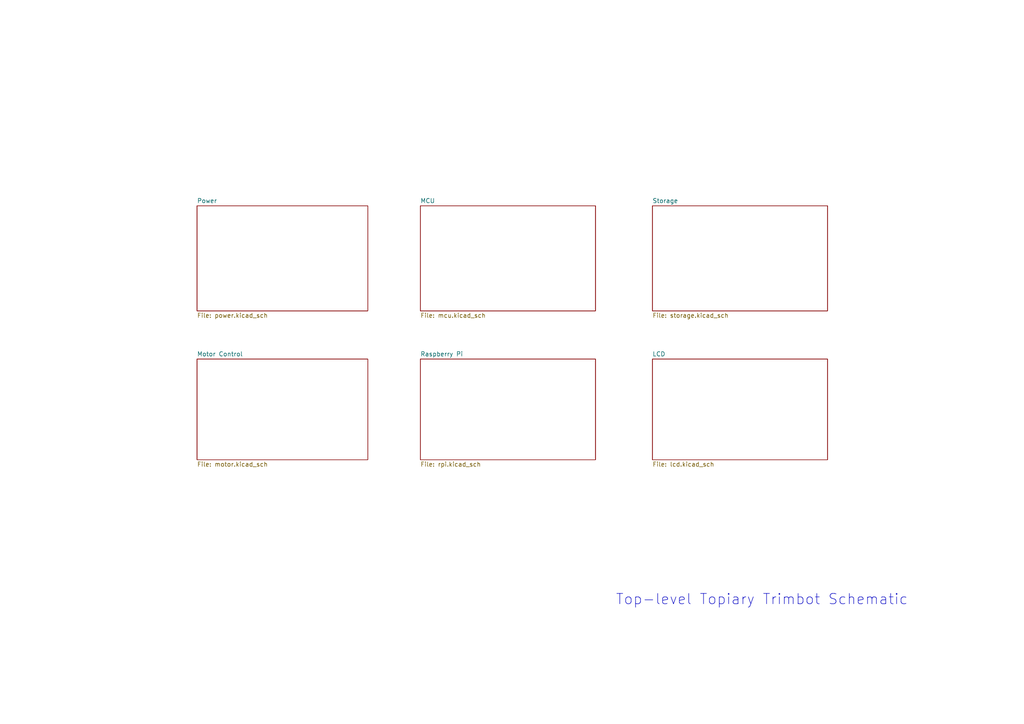
<source format=kicad_sch>
(kicad_sch
	(version 20250114)
	(generator "eeschema")
	(generator_version "9.0")
	(uuid "2826ff7c-9767-4078-8ea2-1cd3a432abf3")
	(paper "A4")
	(lib_symbols)
	(text "Top-level Topiary Trimbot Schematic"
		(exclude_from_sim no)
		(at 220.98 173.99 0)
		(effects
			(font
				(size 3 3)
			)
		)
		(uuid "d49f8dc9-7120-4208-bfab-2067c005c247")
	)
	(sheet
		(at 189.23 59.69)
		(size 50.8 30.48)
		(exclude_from_sim no)
		(in_bom yes)
		(on_board yes)
		(dnp no)
		(fields_autoplaced yes)
		(stroke
			(width 0.1524)
			(type solid)
		)
		(fill
			(color 0 0 0 0.0000)
		)
		(uuid "5e1a5ae0-b63d-4e63-8db3-55a7cc5df283")
		(property "Sheetname" "Storage"
			(at 189.23 58.9784 0)
			(effects
				(font
					(size 1.27 1.27)
				)
				(justify left bottom)
			)
		)
		(property "Sheetfile" "storage.kicad_sch"
			(at 189.23 90.7546 0)
			(effects
				(font
					(size 1.27 1.27)
				)
				(justify left top)
			)
		)
		(property "Field2" ""
			(at 189.23 59.69 0)
			(effects
				(font
					(size 1.27 1.27)
				)
			)
		)
		(instances
			(project "TopiaryTrimbot"
				(path "/2826ff7c-9767-4078-8ea2-1cd3a432abf3"
					(page "6")
				)
			)
		)
	)
	(sheet
		(at 57.15 104.14)
		(size 49.53 29.21)
		(exclude_from_sim no)
		(in_bom yes)
		(on_board yes)
		(dnp no)
		(fields_autoplaced yes)
		(stroke
			(width 0.1524)
			(type solid)
		)
		(fill
			(color 0 0 0 0.0000)
		)
		(uuid "60c25ff0-1584-491b-871e-d697acc05978")
		(property "Sheetname" "Motor Control"
			(at 57.15 103.4284 0)
			(effects
				(font
					(size 1.27 1.27)
				)
				(justify left bottom)
			)
		)
		(property "Sheetfile" "motor.kicad_sch"
			(at 57.15 133.9346 0)
			(effects
				(font
					(size 1.27 1.27)
				)
				(justify left top)
			)
		)
		(instances
			(project "TopiaryTrimbot"
				(path "/2826ff7c-9767-4078-8ea2-1cd3a432abf3"
					(page "4")
				)
			)
		)
	)
	(sheet
		(at 121.92 59.69)
		(size 50.8 30.48)
		(exclude_from_sim no)
		(in_bom yes)
		(on_board yes)
		(dnp no)
		(fields_autoplaced yes)
		(stroke
			(width 0.1524)
			(type solid)
		)
		(fill
			(color 0 0 0 0.0000)
		)
		(uuid "85803a25-8176-4fac-b186-52d9676cab71")
		(property "Sheetname" "MCU"
			(at 121.92 58.9784 0)
			(effects
				(font
					(size 1.27 1.27)
				)
				(justify left bottom)
			)
		)
		(property "Sheetfile" "mcu.kicad_sch"
			(at 121.92 90.7546 0)
			(effects
				(font
					(size 1.27 1.27)
				)
				(justify left top)
			)
		)
		(property "Field2" ""
			(at 121.92 59.69 0)
			(effects
				(font
					(size 1.27 1.27)
				)
			)
		)
		(instances
			(project "TopiaryTrimbot"
				(path "/2826ff7c-9767-4078-8ea2-1cd3a432abf3"
					(page "3")
				)
			)
		)
	)
	(sheet
		(at 57.15 59.69)
		(size 49.53 30.48)
		(exclude_from_sim no)
		(in_bom yes)
		(on_board yes)
		(dnp no)
		(fields_autoplaced yes)
		(stroke
			(width 0.1524)
			(type solid)
		)
		(fill
			(color 0 0 0 0.0000)
		)
		(uuid "b9dd42db-ce69-476f-af46-2e9dff9090cd")
		(property "Sheetname" "Power"
			(at 57.15 58.9784 0)
			(effects
				(font
					(size 1.27 1.27)
				)
				(justify left bottom)
			)
		)
		(property "Sheetfile" "power.kicad_sch"
			(at 57.15 90.7546 0)
			(effects
				(font
					(size 1.27 1.27)
				)
				(justify left top)
			)
		)
		(property "Field2" ""
			(at 57.15 59.69 0)
			(effects
				(font
					(size 1.27 1.27)
				)
			)
		)
		(instances
			(project "TopiaryTrimbot"
				(path "/2826ff7c-9767-4078-8ea2-1cd3a432abf3"
					(page "2")
				)
			)
		)
	)
	(sheet
		(at 121.92 104.14)
		(size 50.8 29.21)
		(exclude_from_sim no)
		(in_bom yes)
		(on_board yes)
		(dnp no)
		(fields_autoplaced yes)
		(stroke
			(width 0.1524)
			(type solid)
		)
		(fill
			(color 0 0 0 0.0000)
		)
		(uuid "c95f1fc4-1ba1-4ddd-af2e-ed3477b5512d")
		(property "Sheetname" "Raspberry Pi"
			(at 121.92 103.4284 0)
			(effects
				(font
					(size 1.27 1.27)
				)
				(justify left bottom)
			)
		)
		(property "Sheetfile" "rpi.kicad_sch"
			(at 121.92 133.9346 0)
			(effects
				(font
					(size 1.27 1.27)
				)
				(justify left top)
			)
		)
		(property "Field2" ""
			(at 121.92 104.14 0)
			(effects
				(font
					(size 1.27 1.27)
				)
			)
		)
		(instances
			(project "TopiaryTrimbot"
				(path "/2826ff7c-9767-4078-8ea2-1cd3a432abf3"
					(page "5")
				)
			)
		)
	)
	(sheet
		(at 189.23 104.14)
		(size 50.8 29.21)
		(exclude_from_sim no)
		(in_bom yes)
		(on_board yes)
		(dnp no)
		(fields_autoplaced yes)
		(stroke
			(width 0.1524)
			(type solid)
		)
		(fill
			(color 0 0 0 0.0000)
		)
		(uuid "e982bc10-c57a-42ac-b92d-a536dd69a0fd")
		(property "Sheetname" "LCD"
			(at 189.23 103.4284 0)
			(effects
				(font
					(size 1.27 1.27)
				)
				(justify left bottom)
			)
		)
		(property "Sheetfile" "lcd.kicad_sch"
			(at 189.23 133.9346 0)
			(effects
				(font
					(size 1.27 1.27)
				)
				(justify left top)
			)
		)
		(instances
			(project "TopiaryTrimbot"
				(path "/2826ff7c-9767-4078-8ea2-1cd3a432abf3"
					(page "7")
				)
			)
		)
	)
	(sheet_instances
		(path "/"
			(page "1")
		)
	)
	(embedded_fonts no)
)

</source>
